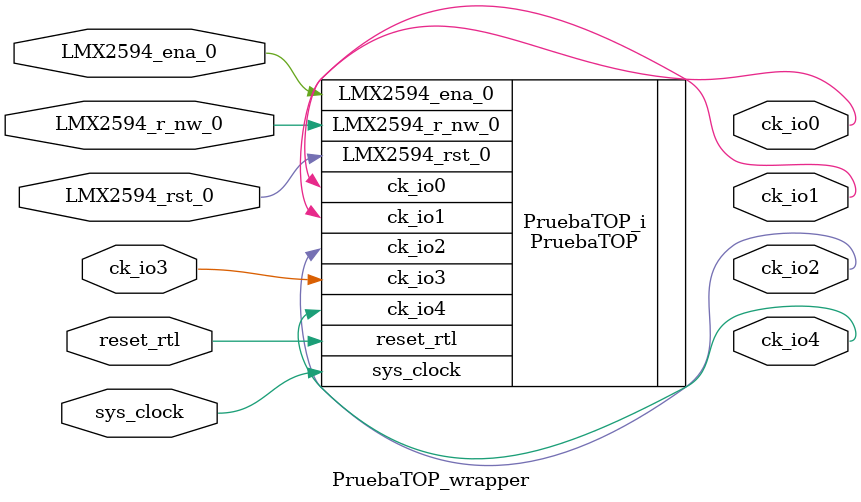
<source format=v>
`timescale 1 ps / 1 ps

module PruebaTOP_wrapper
   (LMX2594_ena_0,
    LMX2594_r_nw_0,
    LMX2594_rst_0,
    ck_io0,
    ck_io1,
    ck_io2,
    ck_io3,
    ck_io4,
    reset_rtl,
    sys_clock);
  input LMX2594_ena_0;
  input LMX2594_r_nw_0;
  input LMX2594_rst_0;
  output ck_io0;
  output ck_io1;
  output ck_io2;
  input ck_io3;
  output ck_io4;
  input reset_rtl;
  input sys_clock;

  wire LMX2594_ena_0;
  wire LMX2594_r_nw_0;
  wire LMX2594_rst_0;
  wire ck_io0;
  wire ck_io1;
  wire ck_io2;
  wire ck_io3;
  wire ck_io4;
  wire reset_rtl;
  wire sys_clock;

  PruebaTOP PruebaTOP_i
       (.LMX2594_ena_0(LMX2594_ena_0),
        .LMX2594_r_nw_0(LMX2594_r_nw_0),
        .LMX2594_rst_0(LMX2594_rst_0),
        .ck_io0(ck_io0),
        .ck_io1(ck_io1),
        .ck_io2(ck_io2),
        .ck_io3(ck_io3),
        .ck_io4(ck_io4),
        .reset_rtl(reset_rtl),
        .sys_clock(sys_clock));
endmodule

</source>
